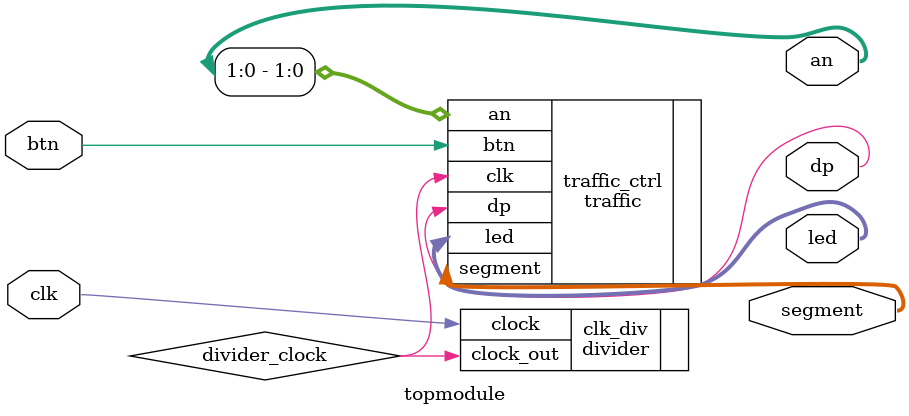
<source format=v>
`timescale 1ns / 1ps

module topmodule (
    input clk,        // System clock input
    input btn,        // Zebra crossing signal input
    output reg [15:0] led,  // Road and zebra crossing LEDs
    output reg [6:0] segment,  // 7-segment display
    output reg [3:0] an,        // 7-segment display anodes
    output reg dp           // 7-segment display decimal point
);

    wire divider_clock;  // Output from the divider module

    // Instantiate divider module
    divider clk_div (
        .clock(clk),
        .clock_out(divider_clock)
    );

    // Instantiate TrafficLightController module
    traffic traffic_ctrl (
        .btn(btn),
        .clk(divider_clock),
        .led(led),
        .segment(segment),
        .an(an[1:0]),  // Select only the first two anodes
        .dp(dp)
    );

endmodule
</source>
